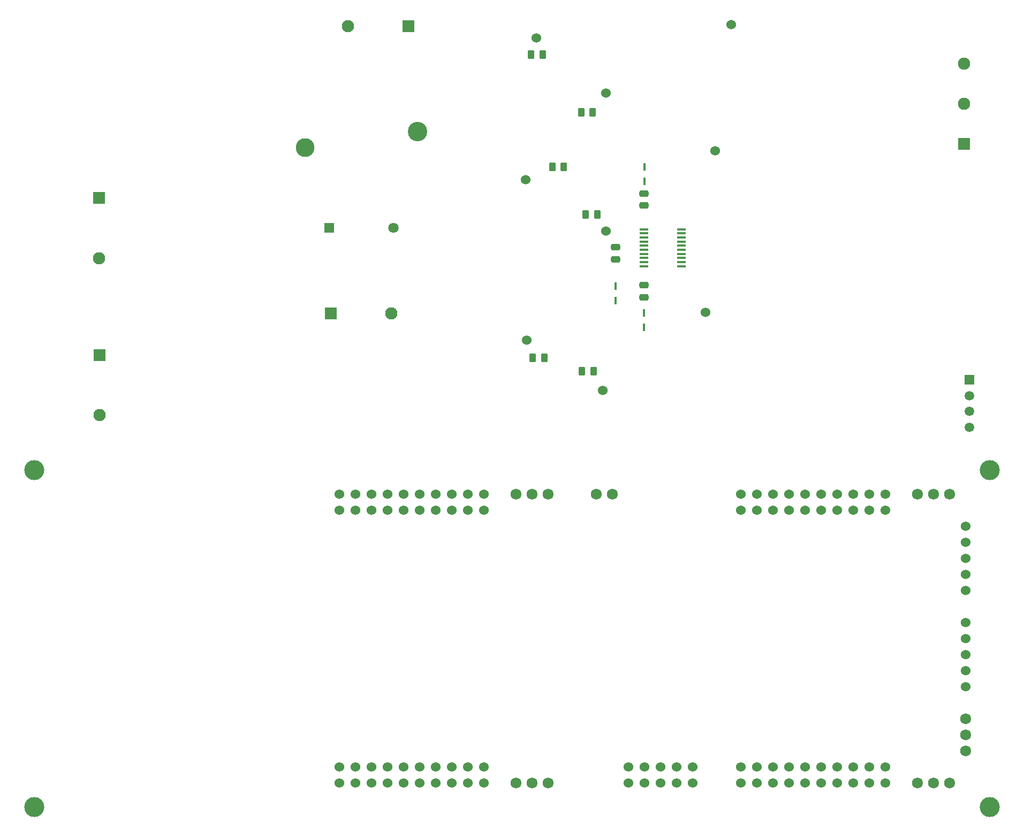
<source format=gbr>
%TF.GenerationSoftware,KiCad,Pcbnew,9.0.0*%
%TF.CreationDate,2025-05-26T21:52:58-04:00*%
%TF.ProjectId,Custom Inverter PCB,43757374-6f6d-4204-996e-766572746572,2*%
%TF.SameCoordinates,Original*%
%TF.FileFunction,Soldermask,Bot*%
%TF.FilePolarity,Negative*%
%FSLAX46Y46*%
G04 Gerber Fmt 4.6, Leading zero omitted, Abs format (unit mm)*
G04 Created by KiCad (PCBNEW 9.0.0) date 2025-05-26 21:52:58*
%MOMM*%
%LPD*%
G01*
G04 APERTURE LIST*
G04 Aperture macros list*
%AMRoundRect*
0 Rectangle with rounded corners*
0 $1 Rounding radius*
0 $2 $3 $4 $5 $6 $7 $8 $9 X,Y pos of 4 corners*
0 Add a 4 corners polygon primitive as box body*
4,1,4,$2,$3,$4,$5,$6,$7,$8,$9,$2,$3,0*
0 Add four circle primitives for the rounded corners*
1,1,$1+$1,$2,$3*
1,1,$1+$1,$4,$5*
1,1,$1+$1,$6,$7*
1,1,$1+$1,$8,$9*
0 Add four rect primitives between the rounded corners*
20,1,$1+$1,$2,$3,$4,$5,0*
20,1,$1+$1,$4,$5,$6,$7,0*
20,1,$1+$1,$6,$7,$8,$9,0*
20,1,$1+$1,$8,$9,$2,$3,0*%
G04 Aperture macros list end*
%ADD10C,1.530000*%
%ADD11R,1.950000X1.950000*%
%ADD12C,1.950000*%
%ADD13R,1.508000X1.508000*%
%ADD14C,1.508000*%
%ADD15R,1.635000X1.635000*%
%ADD16C,1.635000*%
%ADD17C,2.970000*%
%ADD18C,3.076000*%
%ADD19RoundRect,0.250000X-0.262500X-0.450000X0.262500X-0.450000X0.262500X0.450000X-0.262500X0.450000X0*%
%ADD20R,0.457200X1.168400*%
%ADD21RoundRect,0.250000X0.475000X-0.250000X0.475000X0.250000X-0.475000X0.250000X-0.475000X-0.250000X0*%
%ADD22RoundRect,0.250000X-0.475000X0.250000X-0.475000X-0.250000X0.475000X-0.250000X0.475000X0.250000X0*%
%ADD23RoundRect,0.250000X0.262500X0.450000X-0.262500X0.450000X-0.262500X-0.450000X0.262500X-0.450000X0*%
%ADD24C,3.175000*%
%ADD25C,1.524000*%
%ADD26C,1.725000*%
%ADD27R,1.409700X0.355600*%
G04 APERTURE END LIST*
D10*
%TO.C,TP2*%
X117473600Y-78703600D03*
%TD*%
%TO.C,TP5*%
X130030000Y-61443000D03*
%TD*%
%TO.C,TP8*%
X130030000Y-39624000D03*
%TD*%
D11*
%TO.C,J7*%
X86528500Y-74534000D03*
D12*
X96048500Y-74534000D03*
%TD*%
D11*
%TO.C,J1*%
X49850000Y-56250000D03*
D12*
X49850000Y-65770000D03*
%TD*%
D11*
%TO.C,J3*%
X186650000Y-47650500D03*
D12*
X186650000Y-41300500D03*
X186650000Y-34950500D03*
%TD*%
D10*
%TO.C,TP4*%
X129473600Y-86703600D03*
%TD*%
D13*
%TO.C,J6*%
X187500000Y-85020500D03*
D14*
X187500000Y-87520500D03*
X187500000Y-90020500D03*
X187500000Y-92520500D03*
%TD*%
D10*
%TO.C,TP3*%
X117348000Y-53340000D03*
%TD*%
D11*
%TO.C,J8*%
X49900000Y-81080500D03*
D12*
X49900000Y-90600500D03*
%TD*%
D10*
%TO.C,TP7*%
X119030000Y-30893000D03*
%TD*%
%TO.C,TP6*%
X147300000Y-48808000D03*
%TD*%
D15*
%TO.C,K2*%
X86261000Y-60945000D03*
D16*
X96421000Y-60945000D03*
D17*
X82451000Y-48245000D03*
D18*
X100231000Y-45705000D03*
%TD*%
D10*
%TO.C,TP1*%
X145800000Y-74308000D03*
%TD*%
%TO.C,TP9*%
X149800000Y-28808000D03*
%TD*%
D11*
%TO.C,J2*%
X98747500Y-29050000D03*
D12*
X89227500Y-29050000D03*
%TD*%
D19*
%TO.C,R6*%
X118208000Y-33512000D03*
X120033000Y-33512000D03*
%TD*%
D20*
%TO.C,CR2*%
X131530000Y-70182400D03*
X131530000Y-72443000D03*
%TD*%
D21*
%TO.C,C5*%
X136030000Y-71943000D03*
X136030000Y-70043000D03*
%TD*%
D22*
%TO.C,C3*%
X136030000Y-55543000D03*
X136030000Y-57443000D03*
%TD*%
D23*
%TO.C,R1*%
X120243600Y-81568600D03*
X118418600Y-81568600D03*
%TD*%
D24*
%TO.C,U5*%
X190754000Y-99314000D03*
X39624000Y-99314000D03*
X190754000Y-152654000D03*
X39624000Y-152654000D03*
D25*
X87884000Y-103124000D03*
X90424000Y-103124000D03*
X92964000Y-103124000D03*
X95504000Y-103124000D03*
X98044000Y-103124000D03*
X100584000Y-103124000D03*
X103124000Y-103124000D03*
X105664000Y-103124000D03*
X108204000Y-103124000D03*
X110744000Y-103124000D03*
X110744000Y-148844000D03*
X108204000Y-148844000D03*
X105664000Y-148844000D03*
X103124000Y-148844000D03*
X100584000Y-148844000D03*
X98044000Y-148844000D03*
X95504000Y-148844000D03*
X92964000Y-148844000D03*
X90424000Y-148844000D03*
X87884000Y-148844000D03*
X87884000Y-105664000D03*
X90424000Y-105664000D03*
X92964000Y-105664000D03*
X95504000Y-105664000D03*
X98044000Y-105664000D03*
X100584000Y-105664000D03*
X103124000Y-105664000D03*
X105664000Y-105664000D03*
X108204000Y-105664000D03*
X110744000Y-105664000D03*
X110744000Y-146304000D03*
X108204000Y-146304000D03*
X105664000Y-146304000D03*
X103124000Y-146304000D03*
X100584000Y-146304000D03*
X98044000Y-146304000D03*
X95504000Y-146304000D03*
X92964000Y-146304000D03*
X90424000Y-146304000D03*
X87884000Y-146304000D03*
X151384000Y-103124000D03*
X153924000Y-103124000D03*
X156464000Y-103124000D03*
X159004000Y-103124000D03*
X161544000Y-103124000D03*
X164084000Y-103124000D03*
X166624000Y-103124000D03*
X169164000Y-103124000D03*
X171704000Y-103124000D03*
X174244000Y-103124000D03*
X174244000Y-148844000D03*
X171704000Y-148844000D03*
X169164000Y-148844000D03*
X166624000Y-148844000D03*
X164084000Y-148844000D03*
X161544000Y-148844000D03*
X159004000Y-148844000D03*
X156464000Y-148844000D03*
X153924000Y-148844000D03*
X151384000Y-148844000D03*
X151384000Y-105664000D03*
X153924000Y-105664000D03*
X156464000Y-105664000D03*
X159004000Y-105664000D03*
X161544000Y-105664000D03*
X164084000Y-105664000D03*
X166624000Y-105664000D03*
X169164000Y-105664000D03*
X171704000Y-105664000D03*
X174244000Y-105664000D03*
X174244000Y-146304000D03*
X171704000Y-146304000D03*
X169164000Y-146304000D03*
X166624000Y-146304000D03*
X164084000Y-146304000D03*
X161544000Y-146304000D03*
X159004000Y-146304000D03*
X156464000Y-146304000D03*
X153924000Y-146304000D03*
X151384000Y-146304000D03*
X133604000Y-146304000D03*
X133604000Y-148844000D03*
X136144000Y-146304000D03*
X136144000Y-148844000D03*
X138684000Y-146304000D03*
X138684000Y-148844000D03*
X141224000Y-146304000D03*
X141224000Y-148844000D03*
X143764000Y-146304000D03*
X143764000Y-148844000D03*
X186918600Y-133604000D03*
X186944000Y-131064000D03*
X186944000Y-128524000D03*
X186944000Y-125984000D03*
X186944000Y-123444000D03*
X186918600Y-118364000D03*
X186944000Y-115824000D03*
X186944000Y-113284000D03*
X186944000Y-110744000D03*
X186944000Y-108204000D03*
D26*
X186944000Y-143764000D03*
X186944000Y-141224000D03*
X186944000Y-138684000D03*
X128524000Y-103124000D03*
X131064000Y-103124000D03*
X120904000Y-148844000D03*
X118364000Y-148844000D03*
X115824000Y-148844000D03*
X120904000Y-103124000D03*
X118364000Y-103124000D03*
X115824000Y-103124000D03*
X184404000Y-148844000D03*
X181864000Y-148844000D03*
X179324000Y-148844000D03*
X184404000Y-103124000D03*
X181864000Y-103124000D03*
X179324000Y-103124000D03*
%TD*%
D27*
%TO.C,U1*%
X141935500Y-61193070D03*
X141935500Y-61843056D03*
X141935500Y-62493042D03*
X141935500Y-63143028D03*
X141935500Y-63793014D03*
X141935500Y-64443000D03*
X141935500Y-65092986D03*
X141935500Y-65742972D03*
X141935500Y-66392958D03*
X141935500Y-67042944D03*
X136030000Y-67042944D03*
X136030000Y-66392958D03*
X136030000Y-65742972D03*
X136030000Y-65092986D03*
X136030000Y-64443000D03*
X136030000Y-63793014D03*
X136030000Y-63143028D03*
X136030000Y-62493042D03*
X136030000Y-61843056D03*
X136030000Y-61193070D03*
%TD*%
D23*
%TO.C,R2*%
X128068600Y-83656100D03*
X126243600Y-83656100D03*
%TD*%
D19*
%TO.C,R3*%
X121515500Y-51308000D03*
X123340500Y-51308000D03*
%TD*%
D21*
%TO.C,C4*%
X131530000Y-65943000D03*
X131530000Y-64043000D03*
%TD*%
D23*
%TO.C,R4*%
X128625000Y-58808000D03*
X126800000Y-58808000D03*
%TD*%
D20*
%TO.C,CR1*%
X136075000Y-53593600D03*
X136075000Y-51333000D03*
%TD*%
%TO.C,CR3*%
X136030000Y-74421800D03*
X136030000Y-76682400D03*
%TD*%
D23*
%TO.C,R7*%
X127912500Y-42672000D03*
X126087500Y-42672000D03*
%TD*%
M02*

</source>
